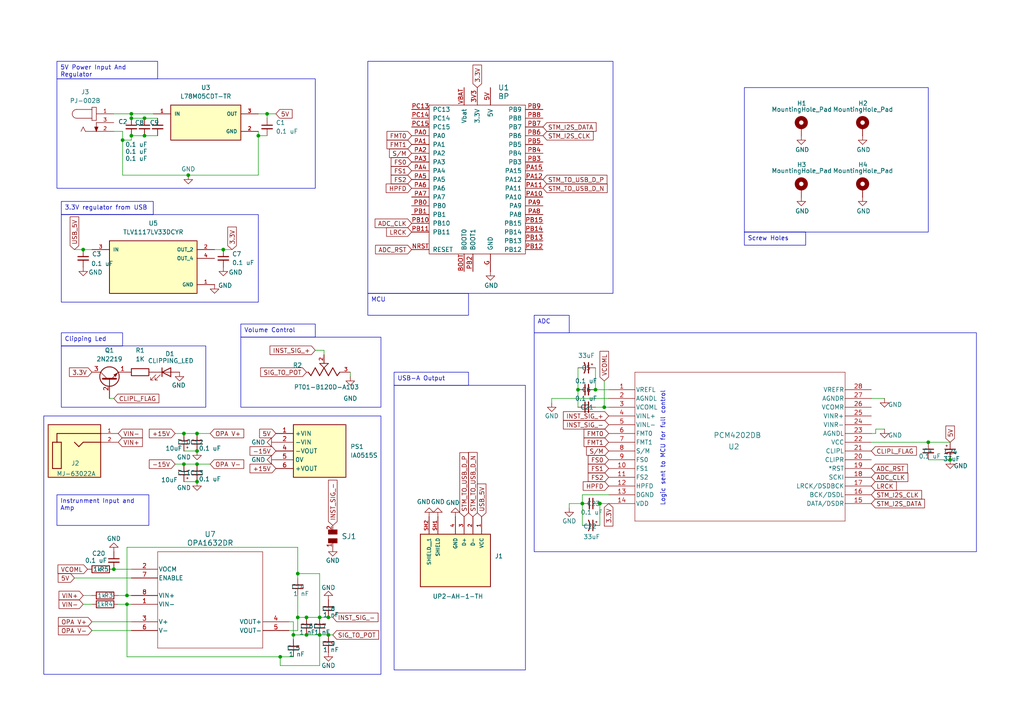
<source format=kicad_sch>
(kicad_sch (version 20231120) (generator "eeschema") (generator_version "8.0")
  (paper "A4")
  (title_block (title "Single Instrunment Audio Interface") (date "2024-11-13") (rev "1") (company "Muhammad Huzaifa"))
  (lib_symbols
    (symbol "AISYMS:BP" (pin_names (offset 1.016))
      (property "Reference" "U" (at -12.7 22.86 0))
      (property "Value" "BP" (at 7.62 -24.13 0))
      (symbol "BP_1_1"
        (pin power_out line (at 0 26.67 270) (length 5.08) (name "3.3V") (number "3V3"))
        (pin power_out line (at 3.81 26.67 270) (length 5.08) (name "5V") (number "5V"))
        (pin input line (at -3.81 -26.67 90) (length 5.08) (name "BOOT0") (number "BOOT"))
        (pin power_out line (at 3.81 -26.67 90) (length 5.08) (name "GND") (number "G"))
        (pin input line (at -19.05 -20.32 0) (length 5.08) (name "RESET") (number "NRST"))
        (pin bidirectional line (at -19.05 12.7 0) (length 5.08) (name "PA0") (number "PA0"))
        (pin bidirectional line (at -19.05 10.16 0) (length 5.08) (name "PA1") (number "PA1"))
        (pin bidirectional line (at 19.05 -5.08 180) (length 5.08) (name "PA10") (number "PA10"))
        (pin bidirectional line (at 19.05 -2.54 180) (length 5.08) (name "PA11") (number "PA11"))
        (pin bidirectional line (at 19.05 0 180) (length 5.08) (name "PA12") (number "PA12"))
        (pin bidirectional line (at 19.05 2.54 180) (length 5.08) (name "PA15") (number "PA15"))
        (pin bidirectional line (at -19.05 7.62 0) (length 5.08) (name "PA2") (number "PA2"))
        (pin bidirectional line (at -19.05 5.08 0) (length 5.08) (name "PA3") (number "PA3"))
        (pin bidirectional line (at -19.05 2.54 0) (length 5.08) (name "PA4") (number "PA4"))
        (pin bidirectional line (at -19.05 0 0) (length 5.08) (name "PA5") (number "PA5"))
        (pin bidirectional line (at -19.05 -2.54 0) (length 5.08) (name "PA6") (number "PA6"))
        (pin bidirectional line (at -19.05 -5.08 0) (length 5.08) (name "PA7") (number "PA7"))
        (pin bidirectional line (at 19.05 -10.16 180) (length 5.08) (name "PA8") (number "PA8"))
        (pin bidirectional line (at 19.05 -7.62 180) (length 5.08) (name "PA9") (number "PA9"))
        (pin bidirectional line (at -19.05 -7.62 0) (length 5.08) (name "PB0") (number "PB0"))
        (pin bidirectional line (at -19.05 -10.16 0) (length 5.08) (name "PB1") (number "PB1"))
        (pin bidirectional line (at -19.05 -12.7 0) (length 5.08) (name "PB10") (number "PB10"))
        (pin bidirectional line (at -19.05 -15.24 0) (length 5.08) (name "PB11") (number "PB11"))
        (pin bidirectional line (at 19.05 -20.32 180) (length 5.08) (name "PB12") (number "PB12"))
        (pin bidirectional line (at 19.05 -17.78 180) (length 5.08) (name "PB13") (number "PB13"))
        (pin bidirectional line (at 19.05 -15.24 180) (length 5.08) (name "PB14") (number "PB14"))
        (pin bidirectional line (at 19.05 -12.7 180) (length 5.08) (name "PB15") (number "PB15"))
        (pin input line (at -1.27 -26.67 90) (length 5.08) (name "BOOT1") (number "PB2"))
        (pin bidirectional line (at 19.05 5.08 180) (length 5.08) (name "PB3") (number "PB3"))
        (pin bidirectional line (at 19.05 7.62 180) (length 5.08) (name "PB4") (number "PB4"))
        (pin bidirectional line (at 19.05 10.16 180) (length 5.08) (name "PB5") (number "PB5"))
        (pin bidirectional line (at 19.05 12.7 180) (length 5.08) (name "PB6") (number "PB6"))
        (pin bidirectional line (at 19.05 15.24 180) (length 5.08) (name "PB7") (number "PB7"))
        (pin bidirectional line (at 19.05 17.78 180) (length 5.08) (name "PB8") (number "PB8"))
        (pin bidirectional line (at 19.05 20.32 180) (length 5.08) (name "PB9") (number "PB9"))
        (pin bidirectional line (at -19.05 20.32 0) (length 5.08) (name "PC13") (number "PC13"))
        (pin bidirectional line (at -19.05 17.78 0) (length 5.08) (name "PC14") (number "PC14"))
        (pin bidirectional line (at -19.05 15.24 0) (length 5.08) (name "PC15") (number "PC15"))
        (pin power_in line (at -3.81 26.67 270) (length 5.08) (name "Vbat") (number "VBAT"))
      )
    )
    (symbol "AISYMS:IA0515S"
      (property "Reference" "PS" (at 13.716 7.62 0))
      (property "Value" "IA0515S" (at 11.43 4.826 0))
      (symbol "IA0515S_1_1"
        (pin passive line (at 0 0 0) (length 5.08) (name "+VIN") (number "1"))
        (pin passive line (at 0 -2.54 0) (length 5.08) (name "-VIN") (number "2"))
        (pin passive line (at 0 -5.08 0) (length 5.08) (name "-VOUT") (number "4"))
        (pin passive line (at 0 -7.62 0) (length 5.08) (name "0V") (number "5"))
        (pin passive line (at 0 -10.16 0) (length 5.08) (name "+VOUT") (number "6"))
      )
    )
    (symbol "AISYMS:L78M05CDT-TR" (pin_names (offset 1.016))
      (property "Reference" "U" (at -10.16 6.35 0))
      (property "Value" "L78M05CDT-TR" (at -10.16 -6.35 0))
      (symbol "L78M05CDT-TR_0_0"
        (pin input line (at -15.24 2.54 0) (length 5.08) (name "IN") (number "1"))
        (pin power_in line (at 15.24 -2.54 180) (length 5.08) (name "GND") (number "2"))
        (pin output line (at 15.24 2.54 180) (length 5.08) (name "OUT") (number "3"))
      )
    )
    (symbol "AISYMS:MJ-63022A" (pin_names (offset 1.016))
      (property "Reference" "J" (at -7.62 8.382 0))
      (property "Value" "MJ-63022A" (at -7.62 -8.382 0))
      (symbol "MJ-63022A_0_0"
        (pin passive line (at 12.7 5.08 180) (length 5.08) (name "~") (number "1"))
        (pin passive line (at 12.7 2.54 180) (length 5.08) (name "~") (number "2"))
      )
    )
    (symbol "AISYMS:OPA1632DR" (pin_names (offset 0.254))
      (property "Reference" "U" (at 22.86 10.16 0))
      (property "Value" "OPA1632DR" (at 22.86 7.62 0))
      (symbol "OPA1632DR_1_1"
        (pin input line (at 0 -10.16 0) (length 7.62) (name "VIN-") (number "1"))
        (pin unspecified line (at 0 0 0) (length 7.62) (name "VOCM") (number "2"))
        (pin power_in line (at 0 -15.24 0) (length 7.62) (name "V+") (number "3"))
        (pin output line (at 45.72 -15.24 180) (length 7.62) (name "VOUT+") (number "4"))
        (pin output line (at 45.72 -17.78 180) (length 7.62) (name "VOUT-") (number "5"))
        (pin power_in line (at 0 -17.78 0) (length 7.62) (name "V-") (number "6"))
        (pin unspecified line (at 0 -2.54 0) (length 7.62) (name "ENABLE") (number "7"))
        (pin input line (at 0 -7.62 0) (length 7.62) (name "VIN+") (number "8"))
      )
    )
    (symbol "AISYMS:PCM4202DB" (pin_names (offset 0.254))
      (property "Reference" "U" (at 38.1 10.16 0))
      (property "Value" "PCM4202DB" (at 38.1 7.62 0))
      (symbol "PCM4202DB_1_1"
        (pin output line (at 0 0 0) (length 7.62) (name "VREFL") (number "1"))
        (pin input line (at 0 -22.86 0) (length 7.62) (name "FS1") (number "10"))
        (pin input line (at 0 -25.4 0) (length 7.62) (name "FS2") (number "11"))
        (pin input line (at 0 -27.94 0) (length 7.62) (name "HPFD") (number "12"))
        (pin power_in line (at 0 -30.48 0) (length 7.62) (name "DGND") (number "13"))
        (pin power_in line (at 0 -33.02 0) (length 7.62) (name "VDD") (number "14"))
        (pin output line (at 76.2 -33.02 180) (length 7.62) (name "DATA/DSDR") (number "15"))
        (pin bidirectional line (at 76.2 -30.48 180) (length 7.62) (name "BCK/DSDL") (number "16"))
        (pin bidirectional line (at 76.2 -27.94 180) (length 7.62) (name "LRCK/DSDBCK") (number "17"))
        (pin input line (at 76.2 -25.4 180) (length 7.62) (name "SCKI") (number "18"))
        (pin input line (at 76.2 -22.86 180) (length 7.62) (name "*RST") (number "19"))
        (pin power_in line (at 0 -2.54 0) (length 7.62) (name "AGNDL") (number "2"))
        (pin output line (at 76.2 -20.32 180) (length 7.62) (name "CLIPR") (number "20"))
        (pin output line (at 76.2 -17.78 180) (length 7.62) (name "CLIPL") (number "21"))
        (pin power_in line (at 76.2 -15.24 180) (length 7.62) (name "VCC") (number "22"))
        (pin power_in line (at 76.2 -12.7 180) (length 7.62) (name "AGNDL") (number "23"))
        (pin input line (at 76.2 -10.16 180) (length 7.62) (name "VINR-") (number "24"))
        (pin input line (at 76.2 -7.62 180) (length 7.62) (name "VINR+") (number "25"))
        (pin output line (at 76.2 -5.08 180) (length 7.62) (name "VCOMR") (number "26"))
        (pin power_in line (at 76.2 -2.54 180) (length 7.62) (name "AGNDR") (number "27"))
        (pin output line (at 76.2 0 180) (length 7.62) (name "VREFR") (number "28"))
        (pin output line (at 0 -5.08 0) (length 7.62) (name "VCOML") (number "3"))
        (pin input line (at 0 -7.62 0) (length 7.62) (name "VINL+") (number "4"))
        (pin input line (at 0 -10.16 0) (length 7.62) (name "VINL-") (number "5"))
        (pin input line (at 0 -12.7 0) (length 7.62) (name "FMT0") (number "6"))
        (pin input line (at 0 -15.24 0) (length 7.62) (name "FMT1") (number "7"))
        (pin input line (at 0 -17.78 0) (length 7.62) (name "S/M") (number "8"))
        (pin input line (at 0 -20.32 0) (length 7.62) (name "FS0") (number "9"))
      )
    )
    (symbol "AISYMS:PJ-002B" (pin_names (offset 1.016))
      (property "Reference" "J" (at -7.6337 5.0892 0))
      (property "Value" "PJ-002B" (at -7.6269 -5.0846 0))
      (symbol "PJ-002B_0_0"
        (pin passive line (at 5.08 2.54 180) (length 5.08) (name "~") (number "1"))
        (pin passive line (at 5.08 -2.54 180) (length 5.08) (name "~") (number "2"))
        (pin passive line (at 5.08 0 180) (length 5.08) (name "~") (number "3"))
      )
    )
    (symbol "AISYMS:PT01-B120D-A103" (pin_names (offset 1.016))
      (property "Reference" "R" (at -7.62 10.16 0))
      (property "Value" "PT01-B120D-A103" (at -7.62 -5.08 0))
      (symbol "PT01-B120D-A103_0_0"
        (pin passive line (at 0 5.08 270) (length 2.54) (name "~") (number "2"))
        (pin passive line (at 7.62 0 180) (length 2.54) (name "~") (number "3"))
      )
    )
    (symbol "AISYMS:TLV1117LV33DCYR" (pin_names (offset 1.016))
      (property "Reference" "U" (at -12.7 8.62 0))
      (property "Value" "TLV1117LV33DCYR" (at -12.7 -11.62 0))
      (symbol "TLV1117LV33DCYR_0_0"
        (pin power_in line (at 17.78 -5.08 180) (length 5.08) (name "GND") (number "1"))
        (pin output line (at 17.78 5.08 180) (length 5.08) (name "OUT_2") (number "2"))
        (pin input line (at -17.78 5.08 0) (length 5.08) (name "IN") (number "3"))
        (pin output line (at 17.78 2.54 180) (length 5.08) (name "OUT_4") (number "4"))
      )
    )
    (symbol "AISYMS:UP2-AH-1-TH" (pin_names (offset 1.016))
      (property "Reference" "J" (at -7.62 8.382 0))
      (property "Value" "UP2-AH-1-TH" (at -7.62 -15.24 0))
      (symbol "UP2-AH-1-TH_0_0"
        (pin power_in line (at -12.7 5.08 0) (length 5.08) (name "VCC") (number "1"))
        (pin bidirectional line (at -12.7 2.54 0) (length 5.08) (name "D-") (number "2"))
        (pin bidirectional line (at -12.7 0 0) (length 5.08) (name "D+") (number "3"))
        (pin power_in line (at -12.7 -2.54 0) (length 5.08) (name "GND") (number "4"))
        (pin passive line (at -12.7 -7.62 0) (length 5.08) (name "SHIELD") (number "SH1"))
        (pin passive line (at -12.7 -10.16 0) (length 5.08) (name "SHIELD__1") (number "SH2"))
      )
    )
    (symbol "Device:C_Polarized_Small_US" (pin_numbers hide) (pin_names (offset 0.254) hide)
      (property "Reference" "C" (at 0.254 1.778 0))
      (property "Value" "C_Polarized_Small_US" (at 0.254 -2.032 0))
      (symbol "C_Polarized_Small_US_1_1"
        (pin passive line (at 0 2.54 270) (length 2.032) (name "~") (number "1"))
        (pin passive line (at 0 -2.54 90) (length 2.032) (name "~") (number "2"))
      )
    )
    (symbol "Device:C_Small" (pin_numbers hide) (pin_names (offset 0.254) hide)
      (property "Reference" "C" (at 0.254 1.778 0))
      (property "Value" "C_Small" (at 0.254 -2.032 0))
      (symbol "C_Small_1_1"
        (pin passive line (at 0 2.54 270) (length 2.032) (name "~") (number "1"))
        (pin passive line (at 0 -2.54 90) (length 2.032) (name "~") (number "2"))
      )
    )
    (symbol "Device:LED" (pin_numbers hide) (pin_names (offset 1.016) hide)
      (property "Reference" "D" (at 0 2.54 0))
      (property "Value" "LED" (at 0 -2.54 0))
      (symbol "LED_1_1"
        (pin passive line (at -3.81 0 0) (length 2.54) (name "K") (number "1"))
        (pin passive line (at 3.81 0 180) (length 2.54) (name "A") (number "2"))
      )
    )
    (symbol "Device:R" (pin_numbers hide) (pin_names (offset 0))
      (property "Reference" "R" (at 2.032 0 90))
      (property "Value" "R" (at 0 0 90))
      (symbol "R_1_1"
        (pin passive line (at 0 3.81 270) (length 1.27) (name "~") (number "1"))
        (pin passive line (at 0 -3.81 90) (length 1.27) (name "~") (number "2"))
      )
    )
    (symbol "Mechanical:MountingHole_Pad" (pin_numbers hide) (pin_names (offset 1.016) hide) (exclude_from_sim yes) (in_bom no)
      (property "Reference" "H" (at 0 6.35 0))
      (property "Value" "MountingHole_Pad" (at 0 4.445 0))
      (symbol "MountingHole_Pad_1_1"
        (pin input line (at 0 -2.54 90) (length 2.54) (name "1") (number "1"))
      )
    )
    (symbol "Transistor_BJT:2N2219" (pin_names (offset 0) hide)
      (property "Reference" "Q" (at 5.08 1.905 0))
      (property "Value" "2N2219" (at 5.08 0 0))
      (symbol "2N2219_1_1"
        (pin passive line (at 2.54 -5.08 90) (length 2.54) (name "E") (number "1"))
        (pin passive line (at -5.08 0 0) (length 5.715) (name "B") (number "2"))
        (pin passive line (at 2.54 5.08 270) (length 2.54) (name "C") (number "3"))
      )
    )
    (symbol "keyboard_parts:SOLDER_JUMPER" (pin_names (offset 1.016))
      (property "Reference" "SJ" (at 0 -1.27 0))
      (symbol "SOLDER_JUMPER_1_1"
        (pin passive line (at -2.54 1.27 0) (length 1.27) (name "~") (number "1"))
        (pin passive line (at 3.81 1.27 180) (length 1.27) (name "~") (number "2"))
      )
    )
    (symbol "power:GND" (power) (pin_numbers hide) (pin_names (offset 0) hide)
      (property "Value" "GND" (at 0 -3.81 0))
      (symbol "GND_1_1"
        (pin power_in line (at 0 0 270) (length 0) (name "~") (number "1"))
      )
    )
  )
  (junction (at 57.15 130.81))
  (junction (at 54.61 50.8))
  (junction (at 36.83 172.72))
  (junction (at 86.36 166.37))
  (junction (at 92.71 184.15))
  (junction (at 167.64 113.03))
  (junction (at 88.9 179.07))
  (junction (at 269.24 128.27))
  (junction (at 53.34 134.62))
  (junction (at 92.71 179.07))
  (junction (at 64.77 72.39))
  (junction (at 38.1 33.02))
  (junction (at 24.13 72.39))
  (junction (at 74.93 39.37))
  (junction (at 35.56 40.64))
  (junction (at 88.9 184.15))
  (junction (at 95.25 179.07))
  (junction (at 57.15 139.7))
  (junction (at 172.72 113.03))
  (junction (at 36.83 175.26))
  (junction (at 85.09 184.15))
  (junction (at 86.36 179.07))
  (junction (at 81.28 190.5))
  (junction (at 41.91 39.37))
  (junction (at 53.34 125.73))
  (junction (at 41.91 34.29))
  (junction (at 38.1 34.29))
  (junction (at 173.99 146.05))
  (junction (at 95.25 184.15))
  (junction (at 57.15 125.73))
  (junction (at 38.1 39.37))
  (junction (at 175.26 118.11))
  (junction (at 33.02 165.1))
  (junction (at 57.15 134.62))
  (junction (at 77.47 33.02))
  (junction (at 275.59 133.35))
  (junction (at 168.91 146.05))
  (wire (pts (xy 24.13 72.39) (xy 26.67 72.39)))
  (wire (pts (xy 86.36 172.72) (xy 86.36 179.07)))
  (wire (pts (xy 172.72 118.11) (xy 175.26 118.11)))
  (wire (pts (xy 168.91 146.05) (xy 168.91 152.4)))
  (wire (pts (xy 81.28 193.04) (xy 81.28 190.5)))
  (wire (pts (xy 36.83 172.72) (xy 38.1 172.72)))
  (wire (pts (xy 165.1 146.05) (xy 168.91 146.05)))
  (wire (pts (xy 62.23 72.39) (xy 64.77 72.39)))
  (wire (pts (xy 26.67 182.88) (xy 38.1 182.88)))
  (wire (pts (xy 31.75 115.57) (xy 33.02 115.57)))
  (wire (pts (xy 95.25 184.15) (xy 96.52 184.15)))
  (wire (pts (xy 254 124.46) (xy 254 125.73)))
  (wire (pts (xy 92.71 179.07) (xy 92.71 166.37)))
  (wire (pts (xy 86.36 158.75) (xy 36.83 158.75)))
  (wire (pts (xy 176.53 115.57) (xy 160.02 115.57)))
  (wire (pts (xy 269.24 128.27) (xy 275.59 128.27)))
  (wire (pts (xy 172.72 106.68) (xy 172.72 113.03)))
  (wire (pts (xy 33.02 165.1) (xy 38.1 165.1)))
  (wire (pts (xy 36.83 175.26) (xy 36.83 190.5)))
  (wire (pts (xy 74.93 39.37) (xy 74.93 50.8)))
  (wire (pts (xy 38.1 40.64) (xy 35.56 40.64)))
  (wire (pts (xy 77.47 33.02) (xy 77.47 34.29)))
  (wire (pts (xy 35.56 50.8) (xy 54.61 50.8)))
  (wire (pts (xy 252.73 115.57) (xy 256.54 115.57)))
  (wire (pts (xy 26.67 180.34) (xy 38.1 180.34)))
  (wire (pts (xy 38.1 34.29) (xy 38.1 33.02)))
  (wire (pts (xy 57.15 134.62) (xy 60.96 134.62)))
  (wire (pts (xy 41.91 39.37) (xy 45.72 39.37)))
  (wire (pts (xy 64.77 72.39) (xy 67.31 72.39)))
  (wire (pts (xy 173.99 146.05) (xy 173.99 152.4)))
  (wire (pts (xy 35.56 38.1) (xy 35.56 40.64)))
  (wire (pts (xy 168.91 143.51) (xy 168.91 146.05)))
  (wire (pts (xy 92.71 179.07) (xy 95.25 179.07)))
  (wire (pts (xy 57.15 125.73) (xy 60.96 125.73)))
  (wire (pts (xy 41.91 34.29) (xy 45.72 34.29)))
  (wire (pts (xy 91.44 101.6) (xy 93.98 101.6)))
  (wire (pts (xy 53.34 139.7) (xy 57.15 139.7)))
  (wire (pts (xy 88.9 179.07) (xy 92.71 179.07)))
  (wire (pts (xy 269.24 133.35) (xy 275.59 133.35)))
  (wire (pts (xy 77.47 33.02) (xy 80.01 33.02)))
  (wire (pts (xy 53.34 130.81) (xy 57.15 130.81)))
  (wire (pts (xy 92.71 166.37) (xy 86.36 166.37)))
  (wire (pts (xy 74.93 39.37) (xy 77.47 39.37)))
  (wire (pts (xy 175.26 110.49) (xy 175.26 118.11)))
  (wire (pts (xy 53.34 134.62) (xy 57.15 134.62)))
  (wire (pts (xy 85.09 184.15) (xy 85.09 180.34)))
  (wire (pts (xy 50.8 125.73) (xy 53.34 125.73)))
  (wire (pts (xy 38.1 39.37) (xy 38.1 40.64)))
  (wire (pts (xy 254 125.73) (xy 252.73 125.73)))
  (wire (pts (xy 176.53 143.51) (xy 168.91 143.51)))
  (wire (pts (xy 160.02 115.57) (xy 160.02 116.84)))
  (wire (pts (xy 95.25 179.07) (xy 96.52 179.07)))
  (wire (pts (xy 86.36 179.07) (xy 88.9 179.07)))
  (wire (pts (xy 34.29 172.72) (xy 36.83 172.72)))
  (wire (pts (xy 165.1 146.05) (xy 165.1 147.32)))
  (wire (pts (xy 86.36 179.07) (xy 86.36 182.88)))
  (wire (pts (xy 36.83 175.26) (xy 38.1 175.26)))
  (wire (pts (xy 21.59 167.64) (xy 38.1 167.64)))
  (wire (pts (xy 92.71 184.15) (xy 92.71 193.04)))
  (wire (pts (xy 85.09 180.34) (xy 83.82 180.34)))
  (wire (pts (xy 86.36 167.64) (xy 86.36 166.37)))
  (wire (pts (xy 74.93 33.02) (xy 77.47 33.02)))
  (wire (pts (xy 36.83 158.75) (xy 36.83 172.72)))
  (wire (pts (xy 24.13 172.72) (xy 26.67 172.72)))
  (wire (pts (xy 86.36 166.37) (xy 86.36 158.75)))
  (wire (pts (xy 172.72 113.03) (xy 176.53 113.03)))
  (wire (pts (xy 34.29 175.26) (xy 36.83 175.26)))
  (wire (pts (xy 74.93 39.37) (xy 74.93 38.1)))
  (wire (pts (xy 92.71 193.04) (xy 81.28 193.04)))
  (wire (pts (xy 93.98 101.6) (xy 93.98 102.87)))
  (wire (pts (xy 38.1 33.02) (xy 44.45 33.02)))
  (wire (pts (xy 33.02 38.1) (xy 35.56 38.1)))
  (wire (pts (xy 21.59 72.39) (xy 24.13 72.39)))
  (wire (pts (xy 101.6 107.95) (xy 101.6 109.22)))
  (wire (pts (xy 95.25 184.15) (xy 92.71 184.15)))
  (wire (pts (xy 35.56 40.64) (xy 35.56 50.8)))
  (wire (pts (xy 88.9 184.15) (xy 92.71 184.15)))
  (wire (pts (xy 38.1 39.37) (xy 41.91 39.37)))
  (wire (pts (xy 86.36 182.88) (xy 83.82 182.88)))
  (wire (pts (xy 33.02 33.02) (xy 38.1 33.02)))
  (wire (pts (xy 50.8 134.62) (xy 53.34 134.62)))
  (wire (pts (xy 81.28 190.5) (xy 85.09 190.5)))
  (wire (pts (xy 38.1 34.29) (xy 41.91 34.29)))
  (wire (pts (xy 85.09 184.15) (xy 88.9 184.15)))
  (wire (pts (xy 175.26 118.11) (xy 176.53 118.11)))
  (wire (pts (xy 53.34 125.73) (xy 57.15 125.73)))
  (wire (pts (xy 36.83 190.5) (xy 81.28 190.5)))
  (wire (pts (xy 252.73 128.27) (xy 269.24 128.27)))
  (wire (pts (xy 167.64 113.03) (xy 167.64 118.11)))
  (wire (pts (xy 85.09 185.42) (xy 85.09 184.15)))
  (wire (pts (xy 256.54 124.46) (xy 254 124.46)))
  (wire (pts (xy 173.99 146.05) (xy 176.53 146.05)))
  (wire (pts (xy 167.64 106.68) (xy 167.64 113.03)))
  (wire (pts (xy 54.61 50.8) (xy 74.93 50.8)))
  (wire (pts (xy 24.13 175.26) (xy 26.67 175.26)))
  (rectangle (start 69.85 97.79) (end 110.49 118.11))
  (rectangle (start 17.78 100.33) (end 59.69 118.11))
  (rectangle (start 114.3 111.76) (end 152.4 194.31))
  (rectangle (start 106.68 17.78) (end 177.8 85.09))
  (rectangle (start 17.78 62.23) (end 74.93 87.63))
  (rectangle (start 16.51 22.86) (end 91.44 54.61))
  (rectangle (start 12.7 120.65) (end 110.49 195.58))
  (rectangle (start 215.9 25.4) (end 269.24 67.31))
  (rectangle (start 154.94 96.52) (end 283.21 160.02))
  (text_box "Screw Holes" (at 215.9 67.31 0) (size 17.78 3.81) (effects (font (size 1.27 1.27)) (justify left top)))
  (text_box "USB-A Output\n" (at 114.3 107.95 0) (size 21.59 3.81) (effects (font (size 1.27 1.27)) (justify left top)))
  (text_box "3.3V regulator from USB\n" (at 17.78 58.42 0) (size 26.67 3.81) (effects (font (size 1.27 1.27)) (justify left top)))
  (text_box "Clipping Led\n" (at 17.78 96.52 0) (size 17.78 3.81) (effects (font (size 1.27 1.27)) (justify left top)))
  (text_box "ADC\n" (at 154.94 91.44 0) (size 10.16 5.08) (effects (font (size 1.27 1.27)) (justify left top)))
  (text_box "5V Power Input And \nRegulator" (at 16.51 17.78 0) (size 29.21 5.08) (effects (font (size 1.27 1.27)) (justify left top)))
  (text_box "Volume Control" (at 69.85 93.98 0) (size 21.59 3.81) (effects (font (size 1.27 1.27)) (justify left top)))
  (text_box "Instrunment Input and Amp" (at 16.51 143.51 0) (size 26.67 8.89) (effects (font (size 1.27 1.27)) (justify left top)))
  (text_box "MCU" (at 106.68 85.09 0) (size 29.21 6.35) (effects (font (size 1.27 1.27)) (justify left top)))
  (text "Logic sent to MCU for full control\n" (at 192.278 130.048 90) (effects (font (size 1.27 1.27))))
  (global_label "HPFD" (shape input) (at 176.53 140.97 180) (property "Intersheetrefs" "${INTERSHEET_REFS}" (effects (hide yes))))
  (global_label "5V" (shape input) (at 80.01 125.73 180) (property "Intersheetrefs" "${INTERSHEET_REFS}" (effects (hide yes))))
  (global_label "INST_SIG_+" (shape input) (at 91.44 101.6 180) (property "Intersheetrefs" "${INTERSHEET_REFS}" (effects (hide yes))))
  (global_label "INST_SIG_-" (shape input) (at 176.53 123.19 180) (property "Intersheetrefs" "${INTERSHEET_REFS}" (effects (hide yes))))
  (global_label "INST_SIG_+" (shape input) (at 176.53 120.65 180) (property "Intersheetrefs" "${INTERSHEET_REFS}" (effects (hide yes))))
  (global_label "OPA V-" (shape input) (at 26.67 182.88 180) (property "Intersheetrefs" "${INTERSHEET_REFS}" (effects (hide yes))))
  (global_label "3.3V" (shape input) (at 138.43 25.4 90) (property "Intersheetrefs" "${INTERSHEET_REFS}" (effects (hide yes))))
  (global_label "VCOML" (shape input) (at 25.4 165.1 180) (property "Intersheetrefs" "${INTERSHEET_REFS}" (effects (hide yes))))
  (global_label "OPA V+" (shape input) (at 60.96 125.73 0) (property "Intersheetrefs" "${INTERSHEET_REFS}" (effects (hide yes))))
  (global_label "FS2" (shape input) (at 176.53 138.43 180) (property "Intersheetrefs" "${INTERSHEET_REFS}" (effects (hide yes))))
  (global_label "USB_5V" (shape input) (at 21.59 72.39 90) (property "Intersheetrefs" "${INTERSHEET_REFS}" (effects (hide yes))))
  (global_label "FMT1" (shape input) (at 119.38 41.91 180) (property "Intersheetrefs" "${INTERSHEET_REFS}" (effects (hide yes))))
  (global_label "OPA V+" (shape input) (at 26.67 180.34 180) (property "Intersheetrefs" "${INTERSHEET_REFS}" (effects (hide yes))))
  (global_label "+15V" (shape input) (at 80.01 135.89 180) (property "Intersheetrefs" "${INTERSHEET_REFS}" (effects (hide yes))))
  (global_label "3.3V" (shape input) (at 176.53 146.05 270) (property "Intersheetrefs" "${INTERSHEET_REFS}" (effects (hide yes))))
  (global_label "FMT0" (shape input) (at 119.38 39.37 180) (property "Intersheetrefs" "${INTERSHEET_REFS}" (effects (hide yes))))
  (global_label "CLIPL_FLAG" (shape input) (at 33.02 115.57 0) (property "Intersheetrefs" "${INTERSHEET_REFS}" (effects (hide yes))))
  (global_label "LRCK" (shape input) (at 252.73 140.97 0) (property "Intersheetrefs" "${INTERSHEET_REFS}" (effects (hide yes))))
  (global_label "FS1" (shape input) (at 176.53 135.89 180) (property "Intersheetrefs" "${INTERSHEET_REFS}" (effects (hide yes))))
  (global_label "FS0" (shape input) (at 176.53 133.35 180) (property "Intersheetrefs" "${INTERSHEET_REFS}" (effects (hide yes))))
  (global_label "STM_I2S_DATA" (shape input) (at 252.73 146.05 0) (property "Intersheetrefs" "${INTERSHEET_REFS}" (effects (hide yes))))
  (global_label "VIN+" (shape input) (at 24.13 172.72 180) (property "Intersheetrefs" "${INTERSHEET_REFS}" (effects (hide yes))))
  (global_label "5V" (shape input) (at 21.59 167.64 180) (property "Intersheetrefs" "${INTERSHEET_REFS}" (effects (hide yes))))
  (global_label "INST_SIG_-" (shape input) (at 96.52 152.4 90) (property "Intersheetrefs" "${INTERSHEET_REFS}" (effects (hide yes))))
  (global_label "3.3V" (shape input) (at 67.31 72.39 90) (property "Intersheetrefs" "${INTERSHEET_REFS}" (effects (hide yes))))
  (global_label "VCOML" (shape input) (at 175.26 110.49 90) (property "Intersheetrefs" "${INTERSHEET_REFS}" (effects (hide yes))))
  (global_label "S{slash}M" (shape input) (at 176.53 130.81 180) (property "Intersheetrefs" "${INTERSHEET_REFS}" (effects (hide yes))))
  (global_label "CLIPL_FLAG" (shape input) (at 252.73 130.81 0) (property "Intersheetrefs" "${INTERSHEET_REFS}" (effects (hide yes))))
  (global_label "USB_5V" (shape input) (at 139.7 149.86 90) (property "Intersheetrefs" "${INTERSHEET_REFS}" (effects (hide yes))))
  (global_label "3.3V" (shape input) (at 26.67 107.95 180) (property "Intersheetrefs" "${INTERSHEET_REFS}" (effects (hide yes))))
  (global_label "FS2" (shape input) (at 119.38 52.07 180) (property "Intersheetrefs" "${INTERSHEET_REFS}" (effects (hide yes))))
  (global_label "STM_TO_USB_D_P" (shape input) (at 157.48 52.07 0) (property "Intersheetrefs" "${INTERSHEET_REFS}" (effects (hide yes))))
  (global_label "+15V" (shape input) (at 50.8 125.73 180) (property "Intersheetrefs" "${INTERSHEET_REFS}" (effects (hide yes))))
  (global_label "SIG_TO_POT" (shape input) (at 96.52 184.15 0) (property "Intersheetrefs" "${INTERSHEET_REFS}" (effects (hide yes))))
  (global_label "FMT1" (shape input) (at 176.53 128.27 180) (property "Intersheetrefs" "${INTERSHEET_REFS}" (effects (hide yes))))
  (global_label "ADC_CLK" (shape input) (at 119.38 64.77 180) (property "Intersheetrefs" "${INTERSHEET_REFS}" (effects (hide yes))))
  (global_label "5V" (shape input) (at 80.01 33.02 0) (property "Intersheetrefs" "${INTERSHEET_REFS}" (effects (hide yes))))
  (global_label "STM_TO_USB_D_P" (shape input) (at 134.62 149.86 90) (property "Intersheetrefs" "${INTERSHEET_REFS}" (effects (hide yes))))
  (global_label "HPFD" (shape input) (at 119.38 54.61 180) (property "Intersheetrefs" "${INTERSHEET_REFS}" (effects (hide yes))))
  (global_label "VIN+" (shape input) (at 34.29 128.27 0) (property "Intersheetrefs" "${INTERSHEET_REFS}" (effects (hide yes))))
  (global_label "VIN-" (shape input) (at 24.13 175.26 180) (property "Intersheetrefs" "${INTERSHEET_REFS}" (effects (hide yes))))
  (global_label "OPA V-" (shape input) (at 60.96 134.62 0) (property "Intersheetrefs" "${INTERSHEET_REFS}" (effects (hide yes))))
  (global_label "FS0" (shape input) (at 119.38 46.99 180) (property "Intersheetrefs" "${INTERSHEET_REFS}" (effects (hide yes))))
  (global_label "ADC_RST" (shape input) (at 252.73 135.89 0) (property "Intersheetrefs" "${INTERSHEET_REFS}" (effects (hide yes))))
  (global_label "INST_SIG_-" (shape input) (at 96.52 179.07 0) (property "Intersheetrefs" "${INTERSHEET_REFS}" (effects (hide yes))))
  (global_label "FS1" (shape input) (at 119.38 49.53 180) (property "Intersheetrefs" "${INTERSHEET_REFS}" (effects (hide yes))))
  (global_label "-15V" (shape input) (at 50.8 134.62 180) (property "Intersheetrefs" "${INTERSHEET_REFS}" (effects (hide yes))))
  (global_label "ADC_RST" (shape input) (at 119.38 72.39 180) (property "Intersheetrefs" "${INTERSHEET_REFS}" (effects (hide yes))))
  (global_label "S{slash}M" (shape input) (at 119.38 44.45 180) (property "Intersheetrefs" "${INTERSHEET_REFS}" (effects (hide yes))))
  (global_label "SIG_TO_POT" (shape input) (at 88.9 107.95 180) (property "Intersheetrefs" "${INTERSHEET_REFS}" (effects (hide yes))))
  (global_label "LRCK" (shape input) (at 119.38 67.31 180) (property "Intersheetrefs" "${INTERSHEET_REFS}" (effects (hide yes))))
  (global_label "STM_I2S_CLK" (shape input) (at 157.48 39.37 0) (property "Intersheetrefs" "${INTERSHEET_REFS}" (effects (hide yes))))
  (global_label "STM_I2S_DATA" (shape input) (at 157.48 36.83 0) (property "Intersheetrefs" "${INTERSHEET_REFS}" (effects (hide yes))))
  (global_label "VIN-" (shape input) (at 34.29 125.73 0) (property "Intersheetrefs" "${INTERSHEET_REFS}" (effects (hide yes))))
  (global_label "ADC_CLK" (shape input) (at 252.73 138.43 0) (property "Intersheetrefs" "${INTERSHEET_REFS}" (effects (hide yes))))
  (global_label "STM_TO_USB_D_N" (shape input) (at 157.48 54.61 0) (property "Intersheetrefs" "${INTERSHEET_REFS}" (effects (hide yes))))
  (global_label "5V" (shape input) (at 275.59 128.27 90) (property "Intersheetrefs" "${INTERSHEET_REFS}" (effects (hide yes))))
  (global_label "STM_TO_USB_D_N" (shape input) (at 137.16 149.86 90) (property "Intersheetrefs" "${INTERSHEET_REFS}" (effects (hide yes))))
  (global_label "STM_I2S_CLK" (shape input) (at 252.73 143.51 0) (property "Intersheetrefs" "${INTERSHEET_REFS}" (effects (hide yes))))
  (global_label "FMT0" (shape input) (at 176.53 125.73 180) (property "Intersheetrefs" "${INTERSHEET_REFS}" (effects (hide yes))))
  (global_label "-15V" (shape input) (at 80.01 130.81 180) (property "Intersheetrefs" "${INTERSHEET_REFS}" (effects (hide yes))))
  (symbol (lib_id "Device:R") (at 40.64 107.95 90) (unit 1)
    (property "Reference" "R1" (at 40.64 101.6 90))
    (property "Value" "1K" (at 40.64 104.14 90))
    (property "Footprint" "audiointPCB:RC1206N_YAG" (effects (hide yes)))
    (property "Description" "Resistor" (effects (hide yes)))
  )
  (symbol (lib_id "Device:C_Small") (at 45.72 36.83 0) (unit 1)
    (property "Reference" "C9" (at 43.434 35.56 0) (effects (justify left)))
    (property "Value" "0.1 uF" (at 36.322 45.974 0) (effects (justify left)))
    (property "Footprint" "audiointPCB:CAP_B32529_02.5X06.5X07.3_TDK" (effects (hide yes)))
    (property "Description" "Unpolarized capacitor, small symbol" (effects (hide yes)))
  )
  (symbol (lib_id "AISYMS:PT01-B120D-A103") (at 93.98 107.95 0) (unit 1)
    (property "Reference" "R2" (at 87.63 105.9306 0) (effects (justify right)))
    (property "Value" "PT01-B120D-A103" (at 104.14 112.268 0) (effects (justify right)))
    (property "Footprint" "audiointPCB:TRIM_PT01-B120D-A103" (effects (hide yes)))
    (property "PARTREV" "1.0" (effects (hide yes)))
    (property "MANUFACTURER" "CUI Devices" (effects (hide yes)))
    (property "MAXIMUM_PACKAGE_HEIGHT" "15.5 mm" (effects (hide yes)))
    (property "STANDARD" "Manufacturer Recommendations" (effects (hide yes)))
  )
  (symbol (lib_id "Device:C_Small") (at 57.15 128.27 0) (unit 1)
    (property "Reference" "C12" (at 55.118 128.27 0) (effects (justify left)))
    (property "Value" "0.1 uF" (at 57.658 130.048 0) (effects (justify left)))
    (property "Footprint" "audiointPCB:CAP_B32529_02.5X06.5X07.3_TDK" (effects (hide yes)))
    (property "Description" "Unpolarized capacitor, small symbol" (effects (hide yes)))
  )
  (symbol (lib_id "power:GND") (at 101.6 109.22 0) (unit 1)
    (property "Reference" "#PWR016" (effects (hide yes)))
    (property "Value" "GND" (at 101.6 115.57 0))
    (property "Description" "Power symbol creates a global label with name \"GND\" , ground" (effects (hide yes)))
  )
  (symbol (lib_id "power:GND") (at 62.23 82.55 0) (unit 1)
    (property "Reference" "#PWR014" (effects (hide yes)))
    (property "Value" "GND" (at 63.246 82.804 0) (effects (justify left)))
    (property "Description" "Power symbol creates a global label with name \"GND\" , ground" (effects (hide yes)))
  )
  (symbol (lib_id "Device:C_Small") (at 170.18 118.11 90) (unit 1)
    (property "Reference" "C21" (at 172.212 118.11 90) (effects (justify left)))
    (property "Value" "0.1 uF" (at 173.228 115.57 90) (effects (justify left)))
    (property "Footprint" "audiointPCB:CAP_B32529_02.5X06.5X07.3_TDK" (effects (hide yes)))
    (property "Description" "Unpolarized capacitor, small symbol" (effects (hide yes)))
  )
  (symbol (lib_id "Mechanical:MountingHole_Pad") (at 232.41 54.61 0) (unit 1) (exclude_from_sim yes) (in_bom no)
    (property "Reference" "H3" (at 231.14 47.752 0) (effects (justify left)))
    (property "Value" "MountingHole_Pad" (at 223.774 49.53 0) (effects (justify left)))
    (property "Footprint" "MountingHole:MountingHole_2mm" (effects (hide yes)))
    (property "Description" "Mounting Hole with connection" (effects (hide yes)))
  )
  (symbol (lib_id "Device:C_Polarized_Small_US") (at 53.34 128.27 180) (unit 1)
    (property "Reference" "C10" (at 55.372 128.27 0) (effects (justify left)))
    (property "Value" "10uF" (at 52.832 130.048 0) (effects (justify left)))
    (property "Footprint" "audiointPCB:CAPC3216X180N" (effects (hide yes)))
    (property "Description" "Polarized capacitor, small US symbol" (effects (hide yes)))
  )
  (symbol (lib_id "Device:C_Small") (at 269.24 130.81 0) (unit 1)
    (property "Reference" "C4" (at 267.716 130.81 0) (effects (justify left)))
    (property "Value" "0.1 uF" (at 266.446 132.334 0) (effects (justify left)))
    (property "Footprint" "audiointPCB:CAP_B32529_02.5X06.5X07.3_TDK" (effects (hide yes)))
    (property "Description" "Unpolarized capacitor, small symbol" (effects (hide yes)))
  )
  (symbol (lib_id "Device:C_Polarized_Small_US") (at 53.34 137.16 180) (unit 1)
    (property "Reference" "C11" (at 55.372 137.16 0) (effects (justify left)))
    (property "Value" "10uF" (at 51.562 139.192 0) (effects (justify left)))
    (property "Footprint" "audiointPCB:CAPC3216X180N" (effects (hide yes)))
    (property "Description" "Polarized capacitor, small US symbol" (effects (hide yes)))
  )
  (symbol (lib_id "power:GND") (at 80.01 133.35 270) (unit 1)
    (property "Reference" "#PWR04" (effects (hide yes)))
    (property "Value" "GND" (at 74.93 133.35 90))
    (property "Description" "Power symbol creates a global label with name \"GND\" , ground" (effects (hide yes)))
  )
  (symbol (lib_id "Device:C_Small") (at 77.47 36.83 0) (unit 1)
    (property "Reference" "C1" (at 80.01 35.5662 0) (effects (justify left)))
    (property "Value" "0.1 uF" (at 80.01 38.1062 0) (effects (justify left)))
    (property "Footprint" "audiointPCB:CAP_B32529_02.5X06.5X07.3_TDK" (effects (hide yes)))
    (property "Description" "Unpolarized capacitor, small symbol" (effects (hide yes)))
  )
  (symbol (lib_id "Device:C_Small") (at 57.15 137.16 0) (unit 1)
    (property "Reference" "C13" (at 55.118 137.16 0) (effects (justify left)))
    (property "Value" "0.1 uF" (at 57.658 138.938 0) (effects (justify left)))
    (property "Footprint" "audiointPCB:CAP_B32529_02.5X06.5X07.3_TDK" (effects (hide yes)))
    (property "Description" "Unpolarized capacitor, small symbol" (effects (hide yes)))
  )
  (symbol (lib_id "power:GND") (at 54.61 50.8 0) (unit 1)
    (property "Reference" "#PWR01" (effects (hide yes)))
    (property "Value" "GND" (at 54.61 49.022 0))
    (property "Description" "Power symbol creates a global label with name \"GND\" , ground" (effects (hide yes)))
  )
  (symbol (lib_id "AISYMS:TLV1117LV33DCYR") (at 44.45 77.47 0) (unit 1)
    (property "Reference" "U5" (at 44.45 64.77 0))
    (property "Value" "TLV1117LV33DCYR" (at 44.45 67.31 0))
    (property "Footprint" "audiointPCB:VREG_TLV1117LV33DCYR" (effects (hide yes)))
    (property "PARTREV" "B" (effects (hide yes)))
    (property "STANDARD" "IPC-7351B" (effects (hide yes)))
    (property "MAXIMUM_PACKAGE_HEIGHT" "1.80 mm" (effects (hide yes)))
    (property "MANUFACTURER" "Texas Instruments" (effects (hide yes)))
  )
  (symbol (lib_id "Device:C_Polarized_Small_US") (at 171.45 152.4 270) (unit 1)
    (property "Reference" "C22" (at 169.164 152.654 90) (effects (justify left)))
    (property "Value" "33uF" (at 169.164 155.702 90) (effects (justify left)))
    (property "Footprint" "audiointPCB:CAP_EEFK_C_PAN-L" (effects (hide yes)))
    (property "Description" "Polarized capacitor, small US symbol" (effects (hide yes)))
  )
  (symbol (lib_id "AISYMS:PJ-002B") (at 27.94 35.56 0) (unit 1)
    (property "Reference" "J3" (at 24.7043 26.67 0))
    (property "Value" "PJ-002B" (at 24.7043 29.21 0))
    (property "Footprint" "audiointPCB:CUI_PJ-002B" (effects (hide yes)))
    (property "MANUFACTURER" "CUI INC" (effects (hide yes)))
    (property "STANDARD" "Manufacturer recommendations" (effects (hide yes)))
  )
  (symbol (lib_id "power:GND") (at 64.77 77.47 0) (unit 1)
    (property "Reference" "#PWR015" (effects (hide yes)))
    (property "Value" "GND" (at 66.294 78.994 0) (effects (justify left)))
    (property "Description" "Power symbol creates a global label with name \"GND\" , ground" (effects (hide yes)))
  )
  (symbol (lib_id "AISYMS:UP2-AH-1-TH") (at 134.62 162.56 270) (unit 1)
    (property "Reference" "J1" (at 143.51 161.2899 90) (effects (justify left)))
    (property "Value" "UP2-AH-1-TH" (at 125.476 172.974 90) (effects (justify left)))
    (property "Footprint" "audiointPCB:CUI_UP2-AH-1-TH" (effects (hide yes)))
    (property "PARTREV" "1.05" (effects (hide yes)))
    (property "MANUFACTURER" "CUI Devices" (effects (hide yes)))
    (property "MAXIMUM_PACKAGE_HEIGHT" "3.45mm" (effects (hide yes)))
  )
  (symbol (lib_id "Device:C_Small") (at 95.25 186.69 180) (unit 1)
    (property "Reference" "C19" (at 97.282 186.69 0) (effects (justify left)))
    (property "Value" "1 nF" (at 98.298 188.468 0) (effects (justify left)))
    (property "Footprint" "audiointPCB:K104K10X7RF5UH5_VIS" (effects (hide yes)))
    (property "Description" "Unpolarized capacitor, small symbol" (effects (hide yes)))
  )
  (symbol (lib_id "AISYMS:PCM4202DB") (at 176.53 113.03 0) (unit 1)
    (property "Reference" "U2" (at 212.852 129.54 0) (effects (font (size 1.524 1.524))))
    (property "Value" "PCM4202DB" (at 213.868 126.238 0) (effects (font (size 1.524 1.524))))
    (property "Footprint" "audiointPCB:DB28" (effects (hide yes)))
    (property "Datasheet" "PCM4202DB" (effects (hide yes)))
  )
  (symbol (lib_id "AISYMS:BP") (at 138.43 52.07 0) (unit 1)
    (property "Reference" "U1" (at 144.4341 25.4 0) (effects (font (size 1.524 1.524)) (justify left)))
    (property "Value" "BP" (at 144.4341 27.94 0) (effects (font (size 1.524 1.524)) (justify left)))
    (property "Footprint" "audiointPCB:blue_pill" (effects (hide yes)))
    (property "Datasheet" "https://www.electronicshub.org/getting-started-with-stm32f103c8t6-blue-pill/" (effects (hide yes)))
  )
  (symbol (lib_id "power:GND") (at 142.24 78.74 0) (unit 1)
    (property "Reference" "#PWR010" (effects (hide yes)))
    (property "Value" "GND" (at 142.494 82.804 0))
    (property "Description" "Power symbol creates a global label with name \"GND\" , ground" (effects (hide yes)))
  )
  (symbol (lib_id "Device:LED") (at 48.26 107.95 0) (unit 1)
    (property "Reference" "D1" (at 49.276 102.616 0))
    (property "Value" "CLIPPING_LED" (at 49.53 104.648 0))
    (property "Footprint" "audiointPCB:WL-TMRC_3MM" (effects (hide yes)))
    (property "Description" "Light emitting diode" (effects (hide yes)))
  )
  (symbol (lib_id "power:GND") (at 165.1 147.32 0) (unit 1)
    (property "Reference" "#PWR07" (effects (hide yes)))
    (property "Value" "GND" (at 163.068 151.13 0) (effects (justify left)))
    (property "Description" "Power symbol creates a global label with name \"GND\" , ground" (effects (hide yes)))
  )
  (symbol (lib_id "AISYMS:MJ-63022A") (at 21.59 130.81 0) (unit 1)
    (property "Reference" "J2" (at 21.844 134.366 0))
    (property "Value" "MJ-63022A" (at 22.098 137.414 0))
    (property "Footprint" "audiointPCB:CUI_MJ-63022A" (effects (hide yes)))
    (property "PARTREV" "1.0" (effects (hide yes)))
    (property "STANDARD" "Manufacturer Recommendations" (effects (hide yes)))
    (property "MAXIMUM_PACKAGE_HEIGHT" "12.50mm" (effects (hide yes)))
    (property "MANUFACTURER" "CUI Devices" (effects (hide yes)))
  )
  (symbol (lib_id "power:GND") (at 33.02 160.02 180) (unit 1)
    (property "Reference" "#PWR026" (effects (hide yes)))
    (property "Value" "GND" (at 33.02 156.21 0))
    (property "Description" "Power symbol creates a global label with name \"GND\" , ground" (effects (hide yes)))
  )
  (symbol (lib_id "Device:C_Small") (at 41.91 36.83 0) (unit 1)
    (property "Reference" "C8" (at 39.116 35.56 0) (effects (justify left)))
    (property "Value" "0.1 uF" (at 36.322 43.942 0) (effects (justify left)))
    (property "Footprint" "audiointPCB:CAP_B32529_02.5X06.5X07.3_TDK" (effects (hide yes)))
    (property "Description" "Unpolarized capacitor, small symbol" (effects (hide yes)))
  )
  (symbol (lib_id "Device:C_Small") (at 64.77 74.93 0) (unit 1)
    (property "Reference" "C7" (at 67.31 73.6662 0) (effects (justify left)))
    (property "Value" "0.1 uF" (at 67.31 76.2062 0) (effects (justify left)))
    (property "Footprint" "audiointPCB:CAP_B32529_02.5X06.5X07.3_TDK" (effects (hide yes)))
    (property "Description" "Unpolarized capacitor, small symbol" (effects (hide yes)))
  )
  (symbol (lib_id "Device:C_Small") (at 170.18 113.03 90) (unit 1)
    (property "Reference" "C6" (at 171.45 113.03 90) (effects (justify left)))
    (property "Value" "0.1 uF" (at 173.228 110.49 90) (effects (justify left)))
    (property "Footprint" "audiointPCB:CAP_B32529_02.5X06.5X07.3_TDK" (effects (hide yes)))
    (property "Description" "Unpolarized capacitor, small symbol" (effects (hide yes)))
  )
  (symbol (lib_id "power:GND") (at 250.19 39.37 0) (unit 1)
    (property "Reference" "#PWR021" (effects (hide yes)))
    (property "Value" "GND" (at 250.444 43.434 0))
    (property "Description" "Power symbol creates a global label with name \"GND\" , ground" (effects (hide yes)))
  )
  (symbol (lib_id "power:GND") (at 80.01 128.27 270) (unit 1)
    (property "Reference" "#PWR017" (effects (hide yes)))
    (property "Value" "GND" (at 74.93 128.27 90))
    (property "Description" "Power symbol creates a global label with name \"GND\" , ground" (effects (hide yes)))
  )
  (symbol (lib_id "Device:C_Small") (at 86.36 170.18 180) (unit 1)
    (property "Reference" "C14" (at 88.392 170.18 0) (effects (justify left)))
    (property "Value" "1 nF" (at 89.662 172.212 0) (effects (justify left)))
    (property "Footprint" "audiointPCB:K104K10X7RF5UH5_VIS" (effects (hide yes)))
    (property "Description" "Unpolarized capacitor, small symbol" (effects (hide yes)))
  )
  (symbol (lib_id "power:GND") (at 57.15 139.7 0) (unit 1)
    (property "Reference" "#PWR024" (effects (hide yes)))
    (property "Value" "GND" (at 53.34 141.478 0))
    (property "Description" "Power symbol creates a global label with name \"GND\" , ground" (effects (hide yes)))
  )
  (symbol (lib_id "power:GND") (at 275.59 133.35 0) (unit 1)
    (property "Reference" "#PWR06" (effects (hide yes)))
    (property "Value" "GND" (at 276.606 135.128 0) (effects (justify left)))
    (property "Description" "Power symbol creates a global label with name \"GND\" , ground" (effects (hide yes)))
  )
  (symbol (lib_id "keyboard_parts:SOLDER_JUMPER") (at 97.79 156.21 90) (unit 1)
    (property "Reference" "SJ1" (at 99.06 155.5749 90) (effects (font (size 1.524 1.524)) (justify right)))
    (property "Value" "SOLDER_JUMPER" (effects (hide yes)))
    (property "Footprint" "Jumper:SolderJumper-2_P1.3mm_Open_Pad1.0x1.5mm" (effects (hide yes)))
  )
  (symbol (lib_id "Device:C_Small") (at 88.9 181.61 180) (unit 1)
    (property "Reference" "C16" (at 90.932 181.61 0) (effects (justify left)))
    (property "Value" "1 nF" (at 91.44 183.388 0) (effects (justify left)))
    (property "Footprint" "audiointPCB:K104K10X7RF5UH5_VIS" (effects (hide yes)))
    (property "Description" "Unpolarized capacitor, small symbol" (effects (hide yes)))
  )
  (symbol (lib_id "power:GND") (at 124.46 149.86 180) (unit 1)
    (property "Reference" "#PWR05" (effects (hide yes)))
    (property "Value" "GND" (at 124.968 145.542 0) (effects (justify left)))
    (property "Description" "Power symbol creates a global label with name \"GND\" , ground" (effects (hide yes)))
  )
  (symbol (lib_id "Device:C_Small") (at 95.25 176.53 180) (unit 1)
    (property "Reference" "C18" (at 97.282 176.53 0) (effects (justify left)))
    (property "Value" "1 nF" (at 98.298 178.308 0) (effects (justify left)))
    (property "Footprint" "audiointPCB:K104K10X7RF5UH5_VIS" (effects (hide yes)))
    (property "Description" "Unpolarized capacitor, small symbol" (effects (hide yes)))
  )
  (symbol (lib_id "Device:C_Polarized_Small_US") (at 275.59 130.81 0) (unit 1)
    (property "Reference" "C24" (at 273.812 131.064 0) (effects (justify left)))
    (property "Value" "33uF" (at 273.558 133.096 0) (effects (justify left)))
    (property "Footprint" "audiointPCB:CAP_EEFK_C_PAN-L" (effects (hide yes)))
    (property "Description" "Polarized capacitor, small US symbol" (effects (hide yes)))
  )
  (symbol (lib_id "power:GND") (at 232.41 57.15 0) (unit 1)
    (property "Reference" "#PWR022" (effects (hide yes)))
    (property "Value" "GND" (at 232.664 61.214 0))
    (property "Description" "Power symbol creates a global label with name \"GND\" , ground" (effects (hide yes)))
  )
  (symbol (lib_id "power:GND") (at 256.54 124.46 0) (unit 1)
    (property "Reference" "#PWR02" (effects (hide yes)))
    (property "Value" "GND" (at 257.556 126.238 0) (effects (justify left)))
    (property "Description" "Power symbol creates a global label with name \"GND\" , ground" (effects (hide yes)))
  )
  (symbol (lib_id "power:GND") (at 95.25 173.99 180) (unit 1)
    (property "Reference" "#PWR025" (effects (hide yes)))
    (property "Value" "GND" (at 95.25 170.434 0))
    (property "Description" "Power symbol creates a global label with name \"GND\" , ground" (effects (hide yes)))
  )
  (symbol (lib_id "Device:C_Small") (at 33.02 162.56 0) (unit 1)
    (property "Reference" "C20" (at 26.67 160.528 0) (effects (justify left)))
    (property "Value" "0.1 uF" (at 24.638 162.56 0) (effects (justify left)))
    (property "Footprint" "audiointPCB:CAP_B32529_02.5X06.5X07.3_TDK" (effects (hide yes)))
    (property "Description" "Unpolarized capacitor, small symbol" (effects (hide yes)))
  )
  (symbol (lib_id "Device:R") (at 30.48 175.26 90) (unit 1)
    (property "Reference" "R4" (at 31.496 175.26 90))
    (property "Value" "1k" (at 29.21 175.26 90))
    (property "Footprint" "audiointPCB:RC1206N_YAG" (effects (hide yes)))
    (property "Description" "Resistor" (effects (hide yes)))
  )
  (symbol (lib_id "Device:C_Small") (at 24.13 74.93 0) (unit 1)
    (property "Reference" "C3" (at 26.67 73.6662 0) (effects (justify left)))
    (property "Value" "0.1 uF" (at 26.416 76.454 0) (effects (justify left)))
    (property "Footprint" "audiointPCB:CAP_B32529_02.5X06.5X07.3_TDK" (effects (hide yes)))
    (property "Description" "Unpolarized capacitor, small symbol" (effects (hide yes)))
  )
  (symbol (lib_id "power:GND") (at 127 149.86 180) (unit 1)
    (property "Reference" "#PWR012" (effects (hide yes)))
    (property "Value" "GND" (at 129.032 145.542 0) (effects (justify left)))
    (property "Description" "Power symbol creates a global label with name \"GND\" , ground" (effects (hide yes)))
  )
  (symbol (lib_id "Device:R") (at 30.48 172.72 90) (unit 1)
    (property "Reference" "R3" (at 31.496 172.72 90))
    (property "Value" "1k" (at 29.464 172.72 90))
    (property "Footprint" "audiointPCB:RC1206N_YAG" (effects (hide yes)))
    (property "Description" "Resistor" (effects (hide yes)))
  )
  (symbol (lib_id "AISYMS:OPA1632DR") (at 38.1 165.1 0) (unit 1)
    (property "Reference" "U7" (at 60.96 154.94 0) (effects (font (size 1.524 1.524))))
    (property "Value" "OPA1632DR" (at 60.96 157.48 0) (effects (font (size 1.524 1.524))))
    (property "Footprint" "audiointPCB:D8" (effects (hide yes)))
    (property "Datasheet" "OPA1632DR" (effects (hide yes)))
  )
  (symbol (lib_id "power:GND") (at 24.13 77.47 0) (unit 1)
    (property "Reference" "#PWR013" (effects (hide yes)))
    (property "Value" "GND" (at 25.654 78.994 0) (effects (justify left)))
    (property "Description" "Power symbol creates a global label with name \"GND\" , ground" (effects (hide yes)))
  )
  (symbol (lib_id "power:GND") (at 250.19 57.15 0) (unit 1)
    (property "Reference" "#PWR023" (effects (hide yes)))
    (property "Value" "GND" (at 250.444 61.214 0))
    (property "Description" "Power symbol creates a global label with name \"GND\" , ground" (effects (hide yes)))
  )
  (symbol (lib_id "Device:R") (at 29.21 165.1 90) (unit 1)
    (property "Reference" "R5" (at 30.226 165.1 90))
    (property "Value" "1k" (at 28.194 165.1 90))
    (property "Footprint" "audiointPCB:RC1206N_YAG" (effects (hide yes)))
    (property "Description" "Resistor" (effects (hide yes)))
  )
  (symbol (lib_id "power:GND") (at 95.25 189.23 0) (unit 1)
    (property "Reference" "#PWR019" (effects (hide yes)))
    (property "Value" "GND" (at 95.25 193.04 0))
    (property "Description" "Power symbol creates a global label with name \"GND\" , ground" (effects (hide yes)))
  )
  (symbol (lib_id "power:GND") (at 256.54 115.57 0) (unit 1)
    (property "Reference" "#PWR09" (effects (hide yes)))
    (property "Value" "GND" (at 257.556 117.348 0) (effects (justify left)))
    (property "Description" "Power symbol creates a global label with name \"GND\" , ground" (effects (hide yes)))
  )
  (symbol (lib_id "AISYMS:IA0515S") (at 80.01 125.73 0) (unit 1)
    (property "Reference" "PS1" (at 101.6 129.5399 0) (effects (justify left)))
    (property "Value" "IA0515S" (at 101.6 132.0799 0) (effects (justify left)))
    (property "Footprint" "audiointPCB:IA0515S" (effects (hide yes)))
    (property "Datasheet" "https://www.xppower.com/Portals/0/pdfs/SF_IA.pdf" (effects (hide yes)))
    (property "Height" "10" (effects (hide yes)))
    (property "Manufacturer_Name" "XP POWER" (effects (hide yes)))
    (property "Manufacturer_Part_Number" "IA0515S" (effects (hide yes)))
  )
  (symbol (lib_id "Device:C_Polarized_Small_US") (at 170.18 106.68 270) (unit 1)
    (property "Reference" "C5" (at 168.656 106.68 90) (effects (justify left)))
    (property "Value" "33uF" (at 167.64 103.124 90) (effects (justify left)))
    (property "Footprint" "audiointPCB:CAP_EEFK_C_PAN-L" (effects (hide yes)))
    (property "Description" "Polarized capacitor, small US symbol" (effects (hide yes)))
  )
  (symbol (lib_id "Device:C_Small") (at 38.1 36.83 0) (unit 1)
    (property "Reference" "C2" (at 34.29 35.306 0) (effects (justify left)))
    (property "Value" "0.1 uF" (at 36.322 41.91 0) (effects (justify left)))
    (property "Footprint" "audiointPCB:CAP_B32529_02.5X06.5X07.3_TDK" (effects (hide yes)))
    (property "Description" "Unpolarized capacitor, small symbol" (effects (hide yes)))
  )
  (symbol (lib_id "power:GND") (at 232.41 39.37 0) (unit 1)
    (property "Reference" "#PWR020" (effects (hide yes)))
    (property "Value" "GND" (at 232.664 43.434 0))
    (property "Description" "Power symbol creates a global label with name \"GND\" , ground" (effects (hide yes)))
  )
  (symbol (lib_id "Mechanical:MountingHole_Pad") (at 232.41 36.83 0) (unit 1) (exclude_from_sim yes) (in_bom no)
    (property "Reference" "H1" (at 231.14 29.972 0) (effects (justify left)))
    (property "Value" "MountingHole_Pad" (at 223.774 31.75 0) (effects (justify left)))
    (property "Footprint" "MountingHole:MountingHole_2mm" (effects (hide yes)))
    (property "Description" "Mounting Hole with connection" (effects (hide yes)))
  )
  (symbol (lib_id "Transistor_BJT:2N2219") (at 31.75 110.49 90) (unit 1)
    (property "Reference" "Q1" (at 31.75 101.6 90))
    (property "Value" "2N2219" (at 31.75 104.14 90))
    (property "Footprint" "Package_TO_SOT_THT:TO-39-3" (effects (hide yes)))
    (property "Datasheet" "http://www.onsemi.com/pub_link/Collateral/2N2219-D.PDF" (effects (hide yes)))
    (property "Description" "800mA Ic, 50V Vce, NPN Transistor, TO-39" (effects (hide yes)))
  )
  (symbol (lib_id "power:GND") (at 132.08 149.86 180) (unit 1)
    (property "Reference" "#PWR011" (effects (hide yes)))
    (property "Value" "GND" (at 133.35 145.796 0) (effects (justify left)))
    (property "Description" "Power symbol creates a global label with name \"GND\" , ground" (effects (hide yes)))
  )
  (symbol (lib_id "Device:C_Small") (at 85.09 187.96 180) (unit 1)
    (property "Reference" "C15" (at 87.122 187.96 0) (effects (justify left)))
    (property "Value" "1 nF" (at 88.392 189.738 0) (effects (justify left)))
    (property "Footprint" "audiointPCB:K104K10X7RF5UH5_VIS" (effects (hide yes)))
    (property "Description" "Unpolarized capacitor, small symbol" (effects (hide yes)))
  )
  (symbol (lib_id "Mechanical:MountingHole_Pad") (at 250.19 36.83 0) (unit 1) (exclude_from_sim yes) (in_bom no)
    (property "Reference" "H2" (at 248.92 29.972 0) (effects (justify left)))
    (property "Value" "MountingHole_Pad" (at 241.554 31.75 0) (effects (justify left)))
    (property "Footprint" "MountingHole:MountingHole_2mm" (effects (hide yes)))
    (property "Description" "Mounting Hole with connection" (effects (hide yes)))
  )
  (symbol (lib_id "power:GND") (at 160.02 116.84 0) (unit 1)
    (property "Reference" "#PWR03" (effects (hide yes)))
    (property "Value" "GND" (at 157.988 120.65 0) (effects (justify left)))
    (property "Description" "Power symbol creates a global label with name \"GND\" , ground" (effects (hide yes)))
  )
  (symbol (lib_id "AISYMS:L78M05CDT-TR") (at 59.69 35.56 0) (unit 1)
    (property "Reference" "U3" (at 59.69 25.4 0))
    (property "Value" "L78M05CDT-TR" (at 59.69 27.94 0))
    (property "Footprint" "audiointPCB:VREG_L78M05CDT-TR" (effects (hide yes)))
    (property "PARTREV" "24" (effects (hide yes)))
    (property "STANDARD" "Manufacturer Recommendations" (effects (hide yes)))
    (property "MAXIMUM_PACKAGE_HEIGHT" "2.4 mm" (effects (hide yes)))
    (property "MANUFACTURER" "STMicroelectronics" (effects (hide yes)))
  )
  (symbol (lib_id "power:GND") (at 57.15 130.81 0) (unit 1)
    (property "Reference" "#PWR018" (effects (hide yes)))
    (property "Value" "GND" (at 53.34 132.588 0))
    (property "Description" "Power symbol creates a global label with name \"GND\" , ground" (effects (hide yes)))
  )
  (symbol (lib_id "Device:C_Small") (at 171.45 146.05 270) (unit 1)
    (property "Reference" "C23" (at 170.18 146.05 90) (effects (justify left)))
    (property "Value" "0.1 uF" (at 168.402 148.59 90) (effects (justify left)))
    (property "Footprint" "audiointPCB:CAP_B32529_02.5X06.5X07.3_TDK" (effects (hide yes)))
    (property "Description" "Unpolarized capacitor, small symbol" (effects (hide yes)))
  )
  (symbol (lib_id "power:GND") (at 96.52 158.75 0) (unit 1)
    (property "Reference" "#PWR027" (effects (hide yes)))
    (property "Value" "GND" (at 96.52 162.56 0))
    (property "Description" "Power symbol creates a global label with name \"GND\" , ground" (effects (hide yes)))
  )
  (symbol (lib_id "Mechanical:MountingHole_Pad") (at 250.19 54.61 0) (unit 1) (exclude_from_sim yes) (in_bom no)
    (property "Reference" "H4" (at 248.92 47.752 0) (effects (justify left)))
    (property "Value" "MountingHole_Pad" (at 241.554 49.53 0) (effects (justify left)))
    (property "Footprint" "MountingHole:MountingHole_2mm" (effects (hide yes)))
    (property "Description" "Mounting Hole with connection" (effects (hide yes)))
  )
  (symbol (lib_id "Device:C_Small") (at 92.71 181.61 180) (unit 1)
    (property "Reference" "C17" (at 94.742 181.61 0) (effects (justify left)))
    (property "Value" "1 nF" (at 95.758 183.388 0) (effects (justify left)))
    (property "Footprint" "audiointPCB:K104K10X7RF5UH5_VIS" (effects (hide yes)))
    (property "Description" "Unpolarized capacitor, small symbol" (effects (hide yes)))
  )
  (symbol (lib_id "power:GND") (at 52.07 107.95 0) (unit 1)
    (property "Reference" "#PWR08" (effects (hide yes)))
    (property "Value" "GND" (at 49.784 111.76 0) (effects (justify left)))
    (property "Description" "Power symbol creates a global label with name \"GND\" , ground" (effects (hide yes)))
  )
)
</source>
